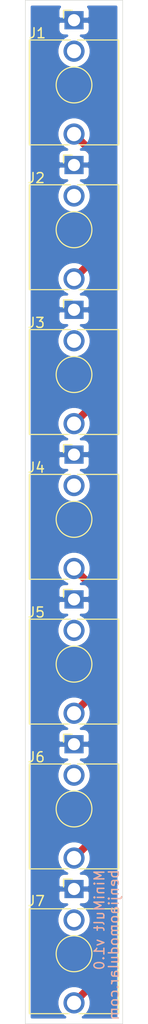
<source format=kicad_pcb>
(kicad_pcb (version 20171130) (host pcbnew 5.1.9+dfsg1-1~bpo10+1)

  (general
    (thickness 1.6)
    (drawings 6)
    (tracks 15)
    (zones 0)
    (modules 7)
    (nets 4)
  )

  (page A4)
  (title_block
    (title MiniMult)
    (company benjiaomodular)
  )

  (layers
    (0 F.Cu signal)
    (31 B.Cu signal)
    (32 B.Adhes user)
    (33 F.Adhes user)
    (34 B.Paste user)
    (35 F.Paste user)
    (36 B.SilkS user)
    (37 F.SilkS user)
    (38 B.Mask user)
    (39 F.Mask user)
    (40 Dwgs.User user)
    (41 Cmts.User user)
    (42 Eco1.User user)
    (43 Eco2.User user)
    (44 Edge.Cuts user)
    (45 Margin user)
    (46 B.CrtYd user)
    (47 F.CrtYd user)
    (48 B.Fab user)
    (49 F.Fab user)
  )

  (setup
    (last_trace_width 0.25)
    (user_trace_width 0.75)
    (trace_clearance 0.2)
    (zone_clearance 0.508)
    (zone_45_only no)
    (trace_min 0.2)
    (via_size 0.8)
    (via_drill 0.4)
    (via_min_size 0.4)
    (via_min_drill 0.3)
    (uvia_size 0.3)
    (uvia_drill 0.1)
    (uvias_allowed no)
    (uvia_min_size 0.2)
    (uvia_min_drill 0.1)
    (edge_width 0.05)
    (segment_width 0.2)
    (pcb_text_width 0.3)
    (pcb_text_size 1.5 1.5)
    (mod_edge_width 0.12)
    (mod_text_size 1 1)
    (mod_text_width 0.15)
    (pad_size 1.524 1.524)
    (pad_drill 0.762)
    (pad_to_mask_clearance 0)
    (aux_axis_origin 0 0)
    (visible_elements FFFFFF7F)
    (pcbplotparams
      (layerselection 0x010fc_ffffffff)
      (usegerberextensions false)
      (usegerberattributes true)
      (usegerberadvancedattributes true)
      (creategerberjobfile true)
      (excludeedgelayer true)
      (linewidth 0.100000)
      (plotframeref false)
      (viasonmask false)
      (mode 1)
      (useauxorigin false)
      (hpglpennumber 1)
      (hpglpenspeed 20)
      (hpglpendiameter 15.000000)
      (psnegative false)
      (psa4output false)
      (plotreference true)
      (plotvalue true)
      (plotinvisibletext false)
      (padsonsilk false)
      (subtractmaskfromsilk false)
      (outputformat 1)
      (mirror false)
      (drillshape 0)
      (scaleselection 1)
      (outputdirectory "MiniMult 1.1 - Control/"))
  )

  (net 0 "")
  (net 1 GND)
  (net 2 "Net-(J1-PadT)")
  (net 3 "Net-(J4-PadT)")

  (net_class Default "This is the default net class."
    (clearance 0.2)
    (trace_width 0.25)
    (via_dia 0.8)
    (via_drill 0.4)
    (uvia_dia 0.3)
    (uvia_drill 0.1)
    (add_net GND)
    (add_net "Net-(J1-PadT)")
    (add_net "Net-(J4-PadT)")
  )

  (module benjiaomodular:AudioJack_3.5mm (layer F.Cu) (tedit 61D86605) (tstamp 61D9B946)
    (at 143.9 65)
    (path /61D9D025)
    (fp_text reference J1 (at -3.7 1.3) (layer F.SilkS)
      (effects (font (size 1 1) (thickness 0.15)))
    )
    (fp_text value AudioJack2_SwitchT (at 0 -0.5) (layer F.Fab)
      (effects (font (size 1 1) (thickness 0.15)))
    )
    (fp_line (start -1.06 -1) (end -1.06 -0.2) (layer F.SilkS) (width 0.12))
    (fp_circle (center 0 6.48) (end 1.5 6.48) (layer Dwgs.User) (width 0.12))
    (fp_line (start -1.42 6.875) (end 0.4 5.06) (layer Dwgs.User) (width 0.12))
    (fp_line (start 4.5 1.98) (end 4.5 12.48) (layer F.SilkS) (width 0.12))
    (fp_line (start -4.5 12.48) (end -4.5 2.08) (layer F.Fab) (width 0.1))
    (fp_line (start -0.58 7.83) (end 1.36 5.89) (layer Dwgs.User) (width 0.12))
    (fp_line (start 4.5 1.98) (end 0.35 1.98) (layer F.SilkS) (width 0.12))
    (fp_line (start 0.09 7.96) (end 1.48 6.57) (layer Dwgs.User) (width 0.12))
    (fp_line (start -0.35 1.98) (end -4.5 1.98) (layer F.SilkS) (width 0.12))
    (fp_line (start 5 12.98) (end 5 -1.42) (layer F.CrtYd) (width 0.05))
    (fp_circle (center 0 6.48) (end 1.8 6.48) (layer F.SilkS) (width 0.12))
    (fp_line (start -4.5 1.98) (end -4.5 12.48) (layer F.SilkS) (width 0.12))
    (fp_line (start 4.5 12.48) (end 0.5 12.48) (layer F.SilkS) (width 0.12))
    (fp_line (start -1.41 6.02) (end -0.46 5.07) (layer Dwgs.User) (width 0.12))
    (fp_line (start -0.5 12.48) (end -4.5 12.48) (layer F.SilkS) (width 0.12))
    (fp_line (start -1.06 -1) (end -0.2 -1) (layer F.SilkS) (width 0.12))
    (fp_line (start -1.07 7.49) (end 1.01 5.41) (layer Dwgs.User) (width 0.12))
    (fp_line (start -5 12.98) (end -5 -1.42) (layer F.CrtYd) (width 0.05))
    (fp_line (start 4.5 12.48) (end 4.5 2.08) (layer F.Fab) (width 0.1))
    (fp_line (start 4.5 12.48) (end -4.5 12.48) (layer F.Fab) (width 0.1))
    (fp_line (start 4.5 2.03) (end -4.5 2.03) (layer F.Fab) (width 0.1))
    (fp_circle (center 0 6.48) (end 1.8 6.48) (layer F.Fab) (width 0.1))
    (fp_line (start 0 0) (end 0 2.03) (layer F.Fab) (width 0.1))
    (fp_line (start 5 12.98) (end -5 12.98) (layer F.CrtYd) (width 0.05))
    (fp_line (start 5 -1.42) (end -5 -1.42) (layer F.CrtYd) (width 0.05))
    (fp_text user KEEPOUT (at 0 6.48) (layer Cmts.User)
      (effects (font (size 0.4 0.4) (thickness 0.051)))
    )
    (fp_text user %R (at 0 8 180) (layer F.Fab)
      (effects (font (size 1 1) (thickness 0.15)))
    )
    (pad S thru_hole rect (at 0 0 180) (size 1.93 1.83) (drill 1.22) (layers *.Cu *.Mask)
      (net 1 GND))
    (pad TN thru_hole circle (at 0 3.1 180) (size 2.13 2.13) (drill 1.42) (layers *.Cu *.Mask))
    (pad T thru_hole circle (at 0 11.4 180) (size 2.13 2.13) (drill 1.43) (layers *.Cu *.Mask)
      (net 2 "Net-(J1-PadT)"))
  )

  (module benjiaomodular:AudioJack_3.5mm (layer F.Cu) (tedit 61D86605) (tstamp 61D9B968)
    (at 143.9 79.5)
    (path /61D9D798)
    (fp_text reference J2 (at -3.8 1.3) (layer F.SilkS)
      (effects (font (size 1 1) (thickness 0.15)))
    )
    (fp_text value AudioJack2_SwitchT (at 0 -0.5) (layer F.Fab)
      (effects (font (size 1 1) (thickness 0.15)))
    )
    (fp_line (start 5 -1.42) (end -5 -1.42) (layer F.CrtYd) (width 0.05))
    (fp_line (start 5 12.98) (end -5 12.98) (layer F.CrtYd) (width 0.05))
    (fp_line (start 0 0) (end 0 2.03) (layer F.Fab) (width 0.1))
    (fp_circle (center 0 6.48) (end 1.8 6.48) (layer F.Fab) (width 0.1))
    (fp_line (start 4.5 2.03) (end -4.5 2.03) (layer F.Fab) (width 0.1))
    (fp_line (start 4.5 12.48) (end -4.5 12.48) (layer F.Fab) (width 0.1))
    (fp_line (start 4.5 12.48) (end 4.5 2.08) (layer F.Fab) (width 0.1))
    (fp_line (start -5 12.98) (end -5 -1.42) (layer F.CrtYd) (width 0.05))
    (fp_line (start -1.07 7.49) (end 1.01 5.41) (layer Dwgs.User) (width 0.12))
    (fp_line (start -1.06 -1) (end -0.2 -1) (layer F.SilkS) (width 0.12))
    (fp_line (start -0.5 12.48) (end -4.5 12.48) (layer F.SilkS) (width 0.12))
    (fp_line (start -1.41 6.02) (end -0.46 5.07) (layer Dwgs.User) (width 0.12))
    (fp_line (start 4.5 12.48) (end 0.5 12.48) (layer F.SilkS) (width 0.12))
    (fp_line (start -4.5 1.98) (end -4.5 12.48) (layer F.SilkS) (width 0.12))
    (fp_circle (center 0 6.48) (end 1.8 6.48) (layer F.SilkS) (width 0.12))
    (fp_line (start 5 12.98) (end 5 -1.42) (layer F.CrtYd) (width 0.05))
    (fp_line (start -0.35 1.98) (end -4.5 1.98) (layer F.SilkS) (width 0.12))
    (fp_line (start 0.09 7.96) (end 1.48 6.57) (layer Dwgs.User) (width 0.12))
    (fp_line (start 4.5 1.98) (end 0.35 1.98) (layer F.SilkS) (width 0.12))
    (fp_line (start -0.58 7.83) (end 1.36 5.89) (layer Dwgs.User) (width 0.12))
    (fp_line (start -4.5 12.48) (end -4.5 2.08) (layer F.Fab) (width 0.1))
    (fp_line (start 4.5 1.98) (end 4.5 12.48) (layer F.SilkS) (width 0.12))
    (fp_line (start -1.42 6.875) (end 0.4 5.06) (layer Dwgs.User) (width 0.12))
    (fp_circle (center 0 6.48) (end 1.5 6.48) (layer Dwgs.User) (width 0.12))
    (fp_line (start -1.06 -1) (end -1.06 -0.2) (layer F.SilkS) (width 0.12))
    (fp_text user %R (at 0 8 180) (layer F.Fab)
      (effects (font (size 1 1) (thickness 0.15)))
    )
    (fp_text user KEEPOUT (at 0 6.48) (layer Cmts.User)
      (effects (font (size 0.4 0.4) (thickness 0.051)))
    )
    (pad T thru_hole circle (at 0 11.4 180) (size 2.13 2.13) (drill 1.43) (layers *.Cu *.Mask)
      (net 2 "Net-(J1-PadT)"))
    (pad TN thru_hole circle (at 0 3.1 180) (size 2.13 2.13) (drill 1.42) (layers *.Cu *.Mask))
    (pad S thru_hole rect (at 0 0 180) (size 1.93 1.83) (drill 1.22) (layers *.Cu *.Mask)
      (net 1 GND))
  )

  (module benjiaomodular:AudioJack_3.5mm (layer F.Cu) (tedit 61D86605) (tstamp 61D9B98A)
    (at 143.9 94)
    (path /61D9DBF1)
    (fp_text reference J3 (at -3.8 1.3) (layer F.SilkS)
      (effects (font (size 1 1) (thickness 0.15)))
    )
    (fp_text value AudioJack2_SwitchT (at 0 -0.5) (layer F.Fab)
      (effects (font (size 1 1) (thickness 0.15)))
    )
    (fp_line (start -1.06 -1) (end -1.06 -0.2) (layer F.SilkS) (width 0.12))
    (fp_circle (center 0 6.48) (end 1.5 6.48) (layer Dwgs.User) (width 0.12))
    (fp_line (start -1.42 6.875) (end 0.4 5.06) (layer Dwgs.User) (width 0.12))
    (fp_line (start 4.5 1.98) (end 4.5 12.48) (layer F.SilkS) (width 0.12))
    (fp_line (start -4.5 12.48) (end -4.5 2.08) (layer F.Fab) (width 0.1))
    (fp_line (start -0.58 7.83) (end 1.36 5.89) (layer Dwgs.User) (width 0.12))
    (fp_line (start 4.5 1.98) (end 0.35 1.98) (layer F.SilkS) (width 0.12))
    (fp_line (start 0.09 7.96) (end 1.48 6.57) (layer Dwgs.User) (width 0.12))
    (fp_line (start -0.35 1.98) (end -4.5 1.98) (layer F.SilkS) (width 0.12))
    (fp_line (start 5 12.98) (end 5 -1.42) (layer F.CrtYd) (width 0.05))
    (fp_circle (center 0 6.48) (end 1.8 6.48) (layer F.SilkS) (width 0.12))
    (fp_line (start -4.5 1.98) (end -4.5 12.48) (layer F.SilkS) (width 0.12))
    (fp_line (start 4.5 12.48) (end 0.5 12.48) (layer F.SilkS) (width 0.12))
    (fp_line (start -1.41 6.02) (end -0.46 5.07) (layer Dwgs.User) (width 0.12))
    (fp_line (start -0.5 12.48) (end -4.5 12.48) (layer F.SilkS) (width 0.12))
    (fp_line (start -1.06 -1) (end -0.2 -1) (layer F.SilkS) (width 0.12))
    (fp_line (start -1.07 7.49) (end 1.01 5.41) (layer Dwgs.User) (width 0.12))
    (fp_line (start -5 12.98) (end -5 -1.42) (layer F.CrtYd) (width 0.05))
    (fp_line (start 4.5 12.48) (end 4.5 2.08) (layer F.Fab) (width 0.1))
    (fp_line (start 4.5 12.48) (end -4.5 12.48) (layer F.Fab) (width 0.1))
    (fp_line (start 4.5 2.03) (end -4.5 2.03) (layer F.Fab) (width 0.1))
    (fp_circle (center 0 6.48) (end 1.8 6.48) (layer F.Fab) (width 0.1))
    (fp_line (start 0 0) (end 0 2.03) (layer F.Fab) (width 0.1))
    (fp_line (start 5 12.98) (end -5 12.98) (layer F.CrtYd) (width 0.05))
    (fp_line (start 5 -1.42) (end -5 -1.42) (layer F.CrtYd) (width 0.05))
    (fp_text user KEEPOUT (at 0 6.48) (layer Cmts.User)
      (effects (font (size 0.4 0.4) (thickness 0.051)))
    )
    (fp_text user %R (at 0 8 180) (layer F.Fab)
      (effects (font (size 1 1) (thickness 0.15)))
    )
    (pad S thru_hole rect (at 0 0 180) (size 1.93 1.83) (drill 1.22) (layers *.Cu *.Mask)
      (net 1 GND))
    (pad TN thru_hole circle (at 0 3.1 180) (size 2.13 2.13) (drill 1.42) (layers *.Cu *.Mask))
    (pad T thru_hole circle (at 0 11.4 180) (size 2.13 2.13) (drill 1.43) (layers *.Cu *.Mask)
      (net 2 "Net-(J1-PadT)"))
  )

  (module benjiaomodular:AudioJack_3.5mm (layer F.Cu) (tedit 61D86605) (tstamp 61D9B9AC)
    (at 143.9 108.5)
    (path /61D9DF54)
    (fp_text reference J4 (at -3.8 1.3) (layer F.SilkS)
      (effects (font (size 1 1) (thickness 0.15)))
    )
    (fp_text value AudioJack2_SwitchT (at 0 -0.5) (layer F.Fab)
      (effects (font (size 1 1) (thickness 0.15)))
    )
    (fp_line (start 5 -1.42) (end -5 -1.42) (layer F.CrtYd) (width 0.05))
    (fp_line (start 5 12.98) (end -5 12.98) (layer F.CrtYd) (width 0.05))
    (fp_line (start 0 0) (end 0 2.03) (layer F.Fab) (width 0.1))
    (fp_circle (center 0 6.48) (end 1.8 6.48) (layer F.Fab) (width 0.1))
    (fp_line (start 4.5 2.03) (end -4.5 2.03) (layer F.Fab) (width 0.1))
    (fp_line (start 4.5 12.48) (end -4.5 12.48) (layer F.Fab) (width 0.1))
    (fp_line (start 4.5 12.48) (end 4.5 2.08) (layer F.Fab) (width 0.1))
    (fp_line (start -5 12.98) (end -5 -1.42) (layer F.CrtYd) (width 0.05))
    (fp_line (start -1.07 7.49) (end 1.01 5.41) (layer Dwgs.User) (width 0.12))
    (fp_line (start -1.06 -1) (end -0.2 -1) (layer F.SilkS) (width 0.12))
    (fp_line (start -0.5 12.48) (end -4.5 12.48) (layer F.SilkS) (width 0.12))
    (fp_line (start -1.41 6.02) (end -0.46 5.07) (layer Dwgs.User) (width 0.12))
    (fp_line (start 4.5 12.48) (end 0.5 12.48) (layer F.SilkS) (width 0.12))
    (fp_line (start -4.5 1.98) (end -4.5 12.48) (layer F.SilkS) (width 0.12))
    (fp_circle (center 0 6.48) (end 1.8 6.48) (layer F.SilkS) (width 0.12))
    (fp_line (start 5 12.98) (end 5 -1.42) (layer F.CrtYd) (width 0.05))
    (fp_line (start -0.35 1.98) (end -4.5 1.98) (layer F.SilkS) (width 0.12))
    (fp_line (start 0.09 7.96) (end 1.48 6.57) (layer Dwgs.User) (width 0.12))
    (fp_line (start 4.5 1.98) (end 0.35 1.98) (layer F.SilkS) (width 0.12))
    (fp_line (start -0.58 7.83) (end 1.36 5.89) (layer Dwgs.User) (width 0.12))
    (fp_line (start -4.5 12.48) (end -4.5 2.08) (layer F.Fab) (width 0.1))
    (fp_line (start 4.5 1.98) (end 4.5 12.48) (layer F.SilkS) (width 0.12))
    (fp_line (start -1.42 6.875) (end 0.4 5.06) (layer Dwgs.User) (width 0.12))
    (fp_circle (center 0 6.48) (end 1.5 6.48) (layer Dwgs.User) (width 0.12))
    (fp_line (start -1.06 -1) (end -1.06 -0.2) (layer F.SilkS) (width 0.12))
    (fp_text user %R (at 0 8 180) (layer F.Fab)
      (effects (font (size 1 1) (thickness 0.15)))
    )
    (fp_text user KEEPOUT (at 0 6.48) (layer Cmts.User)
      (effects (font (size 0.4 0.4) (thickness 0.051)))
    )
    (pad T thru_hole circle (at 0 11.4 180) (size 2.13 2.13) (drill 1.43) (layers *.Cu *.Mask)
      (net 3 "Net-(J4-PadT)"))
    (pad TN thru_hole circle (at 0 3.1 180) (size 2.13 2.13) (drill 1.42) (layers *.Cu *.Mask))
    (pad S thru_hole rect (at 0 0 180) (size 1.93 1.83) (drill 1.22) (layers *.Cu *.Mask)
      (net 1 GND))
  )

  (module benjiaomodular:AudioJack_3.5mm (layer F.Cu) (tedit 61D86605) (tstamp 61D9B9CE)
    (at 143.9 123)
    (path /61D9E525)
    (fp_text reference J5 (at -3.8 1.3) (layer F.SilkS)
      (effects (font (size 1 1) (thickness 0.15)))
    )
    (fp_text value AudioJack2_SwitchT (at 0 -0.5) (layer F.Fab)
      (effects (font (size 1 1) (thickness 0.15)))
    )
    (fp_line (start -1.06 -1) (end -1.06 -0.2) (layer F.SilkS) (width 0.12))
    (fp_circle (center 0 6.48) (end 1.5 6.48) (layer Dwgs.User) (width 0.12))
    (fp_line (start -1.42 6.875) (end 0.4 5.06) (layer Dwgs.User) (width 0.12))
    (fp_line (start 4.5 1.98) (end 4.5 12.48) (layer F.SilkS) (width 0.12))
    (fp_line (start -4.5 12.48) (end -4.5 2.08) (layer F.Fab) (width 0.1))
    (fp_line (start -0.58 7.83) (end 1.36 5.89) (layer Dwgs.User) (width 0.12))
    (fp_line (start 4.5 1.98) (end 0.35 1.98) (layer F.SilkS) (width 0.12))
    (fp_line (start 0.09 7.96) (end 1.48 6.57) (layer Dwgs.User) (width 0.12))
    (fp_line (start -0.35 1.98) (end -4.5 1.98) (layer F.SilkS) (width 0.12))
    (fp_line (start 5 12.98) (end 5 -1.42) (layer F.CrtYd) (width 0.05))
    (fp_circle (center 0 6.48) (end 1.8 6.48) (layer F.SilkS) (width 0.12))
    (fp_line (start -4.5 1.98) (end -4.5 12.48) (layer F.SilkS) (width 0.12))
    (fp_line (start 4.5 12.48) (end 0.5 12.48) (layer F.SilkS) (width 0.12))
    (fp_line (start -1.41 6.02) (end -0.46 5.07) (layer Dwgs.User) (width 0.12))
    (fp_line (start -0.5 12.48) (end -4.5 12.48) (layer F.SilkS) (width 0.12))
    (fp_line (start -1.06 -1) (end -0.2 -1) (layer F.SilkS) (width 0.12))
    (fp_line (start -1.07 7.49) (end 1.01 5.41) (layer Dwgs.User) (width 0.12))
    (fp_line (start -5 12.98) (end -5 -1.42) (layer F.CrtYd) (width 0.05))
    (fp_line (start 4.5 12.48) (end 4.5 2.08) (layer F.Fab) (width 0.1))
    (fp_line (start 4.5 12.48) (end -4.5 12.48) (layer F.Fab) (width 0.1))
    (fp_line (start 4.5 2.03) (end -4.5 2.03) (layer F.Fab) (width 0.1))
    (fp_circle (center 0 6.48) (end 1.8 6.48) (layer F.Fab) (width 0.1))
    (fp_line (start 0 0) (end 0 2.03) (layer F.Fab) (width 0.1))
    (fp_line (start 5 12.98) (end -5 12.98) (layer F.CrtYd) (width 0.05))
    (fp_line (start 5 -1.42) (end -5 -1.42) (layer F.CrtYd) (width 0.05))
    (fp_text user KEEPOUT (at 0 6.48) (layer Cmts.User)
      (effects (font (size 0.4 0.4) (thickness 0.051)))
    )
    (fp_text user %R (at 0 8 180) (layer F.Fab)
      (effects (font (size 1 1) (thickness 0.15)))
    )
    (pad S thru_hole rect (at 0 0 180) (size 1.93 1.83) (drill 1.22) (layers *.Cu *.Mask)
      (net 1 GND))
    (pad TN thru_hole circle (at 0 3.1 180) (size 2.13 2.13) (drill 1.42) (layers *.Cu *.Mask))
    (pad T thru_hole circle (at 0 11.4 180) (size 2.13 2.13) (drill 1.43) (layers *.Cu *.Mask)
      (net 3 "Net-(J4-PadT)"))
  )

  (module benjiaomodular:AudioJack_3.5mm (layer F.Cu) (tedit 61D86605) (tstamp 61D9B9F0)
    (at 143.9 137.5)
    (path /61D9E909)
    (fp_text reference J6 (at -3.8 1.3) (layer F.SilkS)
      (effects (font (size 1 1) (thickness 0.15)))
    )
    (fp_text value AudioJack2_SwitchT (at 0 -0.5) (layer F.Fab)
      (effects (font (size 1 1) (thickness 0.15)))
    )
    (fp_line (start 5 -1.42) (end -5 -1.42) (layer F.CrtYd) (width 0.05))
    (fp_line (start 5 12.98) (end -5 12.98) (layer F.CrtYd) (width 0.05))
    (fp_line (start 0 0) (end 0 2.03) (layer F.Fab) (width 0.1))
    (fp_circle (center 0 6.48) (end 1.8 6.48) (layer F.Fab) (width 0.1))
    (fp_line (start 4.5 2.03) (end -4.5 2.03) (layer F.Fab) (width 0.1))
    (fp_line (start 4.5 12.48) (end -4.5 12.48) (layer F.Fab) (width 0.1))
    (fp_line (start 4.5 12.48) (end 4.5 2.08) (layer F.Fab) (width 0.1))
    (fp_line (start -5 12.98) (end -5 -1.42) (layer F.CrtYd) (width 0.05))
    (fp_line (start -1.07 7.49) (end 1.01 5.41) (layer Dwgs.User) (width 0.12))
    (fp_line (start -1.06 -1) (end -0.2 -1) (layer F.SilkS) (width 0.12))
    (fp_line (start -0.5 12.48) (end -4.5 12.48) (layer F.SilkS) (width 0.12))
    (fp_line (start -1.41 6.02) (end -0.46 5.07) (layer Dwgs.User) (width 0.12))
    (fp_line (start 4.5 12.48) (end 0.5 12.48) (layer F.SilkS) (width 0.12))
    (fp_line (start -4.5 1.98) (end -4.5 12.48) (layer F.SilkS) (width 0.12))
    (fp_circle (center 0 6.48) (end 1.8 6.48) (layer F.SilkS) (width 0.12))
    (fp_line (start 5 12.98) (end 5 -1.42) (layer F.CrtYd) (width 0.05))
    (fp_line (start -0.35 1.98) (end -4.5 1.98) (layer F.SilkS) (width 0.12))
    (fp_line (start 0.09 7.96) (end 1.48 6.57) (layer Dwgs.User) (width 0.12))
    (fp_line (start 4.5 1.98) (end 0.35 1.98) (layer F.SilkS) (width 0.12))
    (fp_line (start -0.58 7.83) (end 1.36 5.89) (layer Dwgs.User) (width 0.12))
    (fp_line (start -4.5 12.48) (end -4.5 2.08) (layer F.Fab) (width 0.1))
    (fp_line (start 4.5 1.98) (end 4.5 12.48) (layer F.SilkS) (width 0.12))
    (fp_line (start -1.42 6.875) (end 0.4 5.06) (layer Dwgs.User) (width 0.12))
    (fp_circle (center 0 6.48) (end 1.5 6.48) (layer Dwgs.User) (width 0.12))
    (fp_line (start -1.06 -1) (end -1.06 -0.2) (layer F.SilkS) (width 0.12))
    (fp_text user %R (at 0 8 180) (layer F.Fab)
      (effects (font (size 1 1) (thickness 0.15)))
    )
    (fp_text user KEEPOUT (at 0 6.48) (layer Cmts.User)
      (effects (font (size 0.4 0.4) (thickness 0.051)))
    )
    (pad T thru_hole circle (at 0 11.4 180) (size 2.13 2.13) (drill 1.43) (layers *.Cu *.Mask)
      (net 3 "Net-(J4-PadT)"))
    (pad TN thru_hole circle (at 0 3.1 180) (size 2.13 2.13) (drill 1.42) (layers *.Cu *.Mask))
    (pad S thru_hole rect (at 0 0 180) (size 1.93 1.83) (drill 1.22) (layers *.Cu *.Mask)
      (net 1 GND))
  )

  (module benjiaomodular:AudioJack_3.5mm (layer F.Cu) (tedit 61D86605) (tstamp 61D9BA12)
    (at 143.9 152)
    (path /61D9F1E7)
    (fp_text reference J7 (at -3.8 1.2) (layer F.SilkS)
      (effects (font (size 1 1) (thickness 0.15)))
    )
    (fp_text value AudioJack2_SwitchT (at 0 -0.5) (layer F.Fab)
      (effects (font (size 1 1) (thickness 0.15)))
    )
    (fp_line (start -1.06 -1) (end -1.06 -0.2) (layer F.SilkS) (width 0.12))
    (fp_circle (center 0 6.48) (end 1.5 6.48) (layer Dwgs.User) (width 0.12))
    (fp_line (start -1.42 6.875) (end 0.4 5.06) (layer Dwgs.User) (width 0.12))
    (fp_line (start 4.5 1.98) (end 4.5 12.48) (layer F.SilkS) (width 0.12))
    (fp_line (start -4.5 12.48) (end -4.5 2.08) (layer F.Fab) (width 0.1))
    (fp_line (start -0.58 7.83) (end 1.36 5.89) (layer Dwgs.User) (width 0.12))
    (fp_line (start 4.5 1.98) (end 0.35 1.98) (layer F.SilkS) (width 0.12))
    (fp_line (start 0.09 7.96) (end 1.48 6.57) (layer Dwgs.User) (width 0.12))
    (fp_line (start -0.35 1.98) (end -4.5 1.98) (layer F.SilkS) (width 0.12))
    (fp_line (start 5 12.98) (end 5 -1.42) (layer F.CrtYd) (width 0.05))
    (fp_circle (center 0 6.48) (end 1.8 6.48) (layer F.SilkS) (width 0.12))
    (fp_line (start -4.5 1.98) (end -4.5 12.48) (layer F.SilkS) (width 0.12))
    (fp_line (start 4.5 12.48) (end 0.5 12.48) (layer F.SilkS) (width 0.12))
    (fp_line (start -1.41 6.02) (end -0.46 5.07) (layer Dwgs.User) (width 0.12))
    (fp_line (start -0.5 12.48) (end -4.5 12.48) (layer F.SilkS) (width 0.12))
    (fp_line (start -1.06 -1) (end -0.2 -1) (layer F.SilkS) (width 0.12))
    (fp_line (start -1.07 7.49) (end 1.01 5.41) (layer Dwgs.User) (width 0.12))
    (fp_line (start -5 12.98) (end -5 -1.42) (layer F.CrtYd) (width 0.05))
    (fp_line (start 4.5 12.48) (end 4.5 2.08) (layer F.Fab) (width 0.1))
    (fp_line (start 4.5 12.48) (end -4.5 12.48) (layer F.Fab) (width 0.1))
    (fp_line (start 4.5 2.03) (end -4.5 2.03) (layer F.Fab) (width 0.1))
    (fp_circle (center 0 6.48) (end 1.8 6.48) (layer F.Fab) (width 0.1))
    (fp_line (start 0 0) (end 0 2.03) (layer F.Fab) (width 0.1))
    (fp_line (start 5 12.98) (end -5 12.98) (layer F.CrtYd) (width 0.05))
    (fp_line (start 5 -1.42) (end -5 -1.42) (layer F.CrtYd) (width 0.05))
    (fp_text user KEEPOUT (at 0 6.48) (layer Cmts.User)
      (effects (font (size 0.4 0.4) (thickness 0.051)))
    )
    (fp_text user %R (at 0 8 180) (layer F.Fab)
      (effects (font (size 1 1) (thickness 0.15)))
    )
    (pad S thru_hole rect (at 0 0 180) (size 1.93 1.83) (drill 1.22) (layers *.Cu *.Mask)
      (net 1 GND))
    (pad TN thru_hole circle (at 0 3.1 180) (size 2.13 2.13) (drill 1.42) (layers *.Cu *.Mask))
    (pad T thru_hole circle (at 0 11.4 180) (size 2.13 2.13) (drill 1.43) (layers *.Cu *.Mask)
      (net 3 "Net-(J4-PadT)"))
  )

  (gr_text benjiaomodular.com (at 147.9 157.6 90) (layer B.SilkS) (tstamp 61D9C6C3)
    (effects (font (size 1 1) (thickness 0.15)) (justify mirror))
  )
  (gr_text "MiniMult v1.0" (at 146.45 155.1 90) (layer B.SilkS) (tstamp 61D9C4B7)
    (effects (font (size 1 1) (thickness 0.15)) (justify mirror))
  )
  (gr_line (start 139 165.5) (end 139 63) (layer Edge.Cuts) (width 0.05) (tstamp 61D9BBE1))
  (gr_line (start 148.8 165.5) (end 139 165.5) (layer Edge.Cuts) (width 0.05))
  (gr_line (start 148.8 63) (end 148.8 165.5) (layer Edge.Cuts) (width 0.05))
  (gr_line (start 139 63) (end 148.8 63) (layer Edge.Cuts) (width 0.05))

  (segment (start 143.9 76.4) (end 147 79.5) (width 0.75) (layer F.Cu) (net 2) (status 10))
  (segment (start 143.9 105.4) (end 146.9 102.4) (width 0.75) (layer F.Cu) (net 2) (status 10))
  (segment (start 147 87.8) (end 147 87.7) (width 0.75) (layer F.Cu) (net 2))
  (segment (start 143.9 90.9) (end 147 87.8) (width 0.75) (layer F.Cu) (net 2) (status 10))
  (segment (start 147 79.5) (end 147 87.7) (width 0.75) (layer F.Cu) (net 2))
  (segment (start 147 87.7) (end 147 102.4) (width 0.75) (layer F.Cu) (net 2))
  (segment (start 143.9 119.9) (end 147 123) (width 0.75) (layer F.Cu) (net 3))
  (segment (start 147 160.3) (end 143.9 163.4) (width 0.75) (layer F.Cu) (net 3))
  (segment (start 146.7 131.6) (end 147 131.6) (width 0.75) (layer F.Cu) (net 3))
  (segment (start 143.9 134.4) (end 146.7 131.6) (width 0.75) (layer F.Cu) (net 3))
  (segment (start 147 123) (end 147 131.6) (width 0.75) (layer F.Cu) (net 3))
  (segment (start 143.9 148.9) (end 147 145.8) (width 0.75) (layer F.Cu) (net 3))
  (segment (start 147 145.8) (end 147 145) (width 0.75) (layer F.Cu) (net 3))
  (segment (start 147 131.6) (end 147 145) (width 0.75) (layer F.Cu) (net 3))
  (segment (start 147 145) (end 147 160.3) (width 0.75) (layer F.Cu) (net 3))

  (zone (net 1) (net_name GND) (layer F.Cu) (tstamp 620BF4D3) (hatch edge 0.508)
    (connect_pads (clearance 0.508))
    (min_thickness 0.254)
    (fill yes (arc_segments 32) (thermal_gap 0.508) (thermal_bridge_width 0.508))
    (polygon
      (pts
        (xy 148.5 165.2) (xy 139.3 165.2) (xy 139.2 63.2) (xy 148.6 63.2)
      )
    )
    (filled_polygon
      (pts
        (xy 142.404463 63.730506) (xy 142.345498 63.84082) (xy 142.309188 63.960518) (xy 142.296928 64.085) (xy 142.3 64.71425)
        (xy 142.45875 64.873) (xy 143.773 64.873) (xy 143.773 64.853) (xy 144.027 64.853) (xy 144.027 64.873)
        (xy 145.34125 64.873) (xy 145.5 64.71425) (xy 145.503072 64.085) (xy 145.490812 63.960518) (xy 145.454502 63.84082)
        (xy 145.395537 63.730506) (xy 145.337674 63.66) (xy 148.14 63.66) (xy 148.140001 164.84) (xy 144.804808 164.84)
        (xy 144.983687 164.720477) (xy 145.220477 164.483687) (xy 145.406521 164.205252) (xy 145.53467 163.895872) (xy 145.6 163.567435)
        (xy 145.6 163.232565) (xy 145.58271 163.145645) (xy 147.679094 161.049261) (xy 147.717633 161.017633) (xy 147.843847 160.86384)
        (xy 147.937632 160.68838) (xy 147.995385 160.497994) (xy 148.01 160.349608) (xy 148.01 160.349606) (xy 148.014886 160.300001)
        (xy 148.01 160.250396) (xy 148.01 145.849606) (xy 148.014886 145.800001) (xy 148.01 145.750396) (xy 148.01 131.649608)
        (xy 148.014886 131.6) (xy 148.01 131.550392) (xy 148.01 123.049604) (xy 148.014886 122.999999) (xy 148.002377 122.873)
        (xy 147.995385 122.802006) (xy 147.937632 122.61162) (xy 147.843847 122.43616) (xy 147.717633 122.282367) (xy 147.679094 122.250739)
        (xy 145.58271 120.154355) (xy 145.6 120.067435) (xy 145.6 119.732565) (xy 145.53467 119.404128) (xy 145.406521 119.094748)
        (xy 145.220477 118.816313) (xy 144.983687 118.579523) (xy 144.705252 118.393479) (xy 144.395872 118.26533) (xy 144.067435 118.2)
        (xy 143.732565 118.2) (xy 143.404128 118.26533) (xy 143.094748 118.393479) (xy 142.816313 118.579523) (xy 142.579523 118.816313)
        (xy 142.393479 119.094748) (xy 142.26533 119.404128) (xy 142.2 119.732565) (xy 142.2 120.067435) (xy 142.26533 120.395872)
        (xy 142.393479 120.705252) (xy 142.579523 120.983687) (xy 142.816313 121.220477) (xy 143.094748 121.406521) (xy 143.19514 121.448105)
        (xy 142.935 121.446928) (xy 142.810518 121.459188) (xy 142.69082 121.495498) (xy 142.580506 121.554463) (xy 142.483815 121.633815)
        (xy 142.404463 121.730506) (xy 142.345498 121.84082) (xy 142.309188 121.960518) (xy 142.296928 122.085) (xy 142.3 122.71425)
        (xy 142.45875 122.873) (xy 143.773 122.873) (xy 143.773 122.853) (xy 144.027 122.853) (xy 144.027 122.873)
        (xy 145.34125 122.873) (xy 145.392948 122.821303) (xy 145.99 123.418355) (xy 145.990001 130.876102) (xy 145.982367 130.882367)
        (xy 145.950744 130.9209) (xy 144.154355 132.717289) (xy 144.067435 132.7) (xy 143.732565 132.7) (xy 143.404128 132.76533)
        (xy 143.094748 132.893479) (xy 142.816313 133.079523) (xy 142.579523 133.316313) (xy 142.393479 133.594748) (xy 142.26533 133.904128)
        (xy 142.2 134.232565) (xy 142.2 134.567435) (xy 142.26533 134.895872) (xy 142.393479 135.205252) (xy 142.579523 135.483687)
        (xy 142.816313 135.720477) (xy 143.094748 135.906521) (xy 143.19514 135.948105) (xy 142.935 135.946928) (xy 142.810518 135.959188)
        (xy 142.69082 135.995498) (xy 142.580506 136.054463) (xy 142.483815 136.133815) (xy 142.404463 136.230506) (xy 142.345498 136.34082)
        (xy 142.309188 136.460518) (xy 142.296928 136.585) (xy 142.3 137.21425) (xy 142.45875 137.373) (xy 143.773 137.373)
        (xy 143.773 137.353) (xy 144.027 137.353) (xy 144.027 137.373) (xy 145.34125 137.373) (xy 145.5 137.21425)
        (xy 145.503072 136.585) (xy 145.490812 136.460518) (xy 145.454502 136.34082) (xy 145.395537 136.230506) (xy 145.316185 136.133815)
        (xy 145.219494 136.054463) (xy 145.10918 135.995498) (xy 144.989482 135.959188) (xy 144.865 135.946928) (xy 144.60486 135.948105)
        (xy 144.705252 135.906521) (xy 144.983687 135.720477) (xy 145.220477 135.483687) (xy 145.406521 135.205252) (xy 145.53467 134.895872)
        (xy 145.6 134.567435) (xy 145.6 134.232565) (xy 145.582711 134.145645) (xy 145.99 133.738355) (xy 145.990001 144.950383)
        (xy 145.99 144.950393) (xy 145.99 145.381645) (xy 144.154355 147.21729) (xy 144.067435 147.2) (xy 143.732565 147.2)
        (xy 143.404128 147.26533) (xy 143.094748 147.393479) (xy 142.816313 147.579523) (xy 142.579523 147.816313) (xy 142.393479 148.094748)
        (xy 142.26533 148.404128) (xy 142.2 148.732565) (xy 142.2 149.067435) (xy 142.26533 149.395872) (xy 142.393479 149.705252)
        (xy 142.579523 149.983687) (xy 142.816313 150.220477) (xy 143.094748 150.406521) (xy 143.19514 150.448105) (xy 142.935 150.446928)
        (xy 142.810518 150.459188) (xy 142.69082 150.495498) (xy 142.580506 150.554463) (xy 142.483815 150.633815) (xy 142.404463 150.730506)
        (xy 142.345498 150.84082) (xy 142.309188 150.960518) (xy 142.296928 151.085) (xy 142.3 151.71425) (xy 142.45875 151.873)
        (xy 143.773 151.873) (xy 143.773 151.853) (xy 144.027 151.853) (xy 144.027 151.873) (xy 145.34125 151.873)
        (xy 145.5 151.71425) (xy 145.503072 151.085) (xy 145.490812 150.960518) (xy 145.454502 150.84082) (xy 145.395537 150.730506)
        (xy 145.316185 150.633815) (xy 145.219494 150.554463) (xy 145.10918 150.495498) (xy 144.989482 150.459188) (xy 144.865 150.446928)
        (xy 144.60486 150.448105) (xy 144.705252 150.406521) (xy 144.983687 150.220477) (xy 145.220477 149.983687) (xy 145.406521 149.705252)
        (xy 145.53467 149.395872) (xy 145.6 149.067435) (xy 145.6 148.732565) (xy 145.58271 148.645645) (xy 145.99 148.238355)
        (xy 145.990001 159.881644) (xy 144.154355 161.71729) (xy 144.067435 161.7) (xy 143.732565 161.7) (xy 143.404128 161.76533)
        (xy 143.094748 161.893479) (xy 142.816313 162.079523) (xy 142.579523 162.316313) (xy 142.393479 162.594748) (xy 142.26533 162.904128)
        (xy 142.2 163.232565) (xy 142.2 163.567435) (xy 142.26533 163.895872) (xy 142.393479 164.205252) (xy 142.579523 164.483687)
        (xy 142.816313 164.720477) (xy 142.995192 164.84) (xy 139.66 164.84) (xy 139.66 154.932565) (xy 142.2 154.932565)
        (xy 142.2 155.267435) (xy 142.26533 155.595872) (xy 142.393479 155.905252) (xy 142.579523 156.183687) (xy 142.816313 156.420477)
        (xy 143.094748 156.606521) (xy 143.404128 156.73467) (xy 143.732565 156.8) (xy 144.067435 156.8) (xy 144.395872 156.73467)
        (xy 144.705252 156.606521) (xy 144.983687 156.420477) (xy 145.220477 156.183687) (xy 145.406521 155.905252) (xy 145.53467 155.595872)
        (xy 145.6 155.267435) (xy 145.6 154.932565) (xy 145.53467 154.604128) (xy 145.406521 154.294748) (xy 145.220477 154.016313)
        (xy 144.983687 153.779523) (xy 144.705252 153.593479) (xy 144.60486 153.551895) (xy 144.865 153.553072) (xy 144.989482 153.540812)
        (xy 145.10918 153.504502) (xy 145.219494 153.445537) (xy 145.316185 153.366185) (xy 145.395537 153.269494) (xy 145.454502 153.15918)
        (xy 145.490812 153.039482) (xy 145.503072 152.915) (xy 145.5 152.28575) (xy 145.34125 152.127) (xy 144.027 152.127)
        (xy 144.027 152.147) (xy 143.773 152.147) (xy 143.773 152.127) (xy 142.45875 152.127) (xy 142.3 152.28575)
        (xy 142.296928 152.915) (xy 142.309188 153.039482) (xy 142.345498 153.15918) (xy 142.404463 153.269494) (xy 142.483815 153.366185)
        (xy 142.580506 153.445537) (xy 142.69082 153.504502) (xy 142.810518 153.540812) (xy 142.935 153.553072) (xy 143.19514 153.551895)
        (xy 143.094748 153.593479) (xy 142.816313 153.779523) (xy 142.579523 154.016313) (xy 142.393479 154.294748) (xy 142.26533 154.604128)
        (xy 142.2 154.932565) (xy 139.66 154.932565) (xy 139.66 140.432565) (xy 142.2 140.432565) (xy 142.2 140.767435)
        (xy 142.26533 141.095872) (xy 142.393479 141.405252) (xy 142.579523 141.683687) (xy 142.816313 141.920477) (xy 143.094748 142.106521)
        (xy 143.404128 142.23467) (xy 143.732565 142.3) (xy 144.067435 142.3) (xy 144.395872 142.23467) (xy 144.705252 142.106521)
        (xy 144.983687 141.920477) (xy 145.220477 141.683687) (xy 145.406521 141.405252) (xy 145.53467 141.095872) (xy 145.6 140.767435)
        (xy 145.6 140.432565) (xy 145.53467 140.104128) (xy 145.406521 139.794748) (xy 145.220477 139.516313) (xy 144.983687 139.279523)
        (xy 144.705252 139.093479) (xy 144.60486 139.051895) (xy 144.865 139.053072) (xy 144.989482 139.040812) (xy 145.10918 139.004502)
        (xy 145.219494 138.945537) (xy 145.316185 138.866185) (xy 145.395537 138.769494) (xy 145.454502 138.65918) (xy 145.490812 138.539482)
        (xy 145.503072 138.415) (xy 145.5 137.78575) (xy 145.34125 137.627) (xy 144.027 137.627) (xy 144.027 137.647)
        (xy 143.773 137.647) (xy 143.773 137.627) (xy 142.45875 137.627) (xy 142.3 137.78575) (xy 142.296928 138.415)
        (xy 142.309188 138.539482) (xy 142.345498 138.65918) (xy 142.404463 138.769494) (xy 142.483815 138.866185) (xy 142.580506 138.945537)
        (xy 142.69082 139.004502) (xy 142.810518 139.040812) (xy 142.935 139.053072) (xy 143.19514 139.051895) (xy 143.094748 139.093479)
        (xy 142.816313 139.279523) (xy 142.579523 139.516313) (xy 142.393479 139.794748) (xy 142.26533 140.104128) (xy 142.2 140.432565)
        (xy 139.66 140.432565) (xy 139.66 125.932565) (xy 142.2 125.932565) (xy 142.2 126.267435) (xy 142.26533 126.595872)
        (xy 142.393479 126.905252) (xy 142.579523 127.183687) (xy 142.816313 127.420477) (xy 143.094748 127.606521) (xy 143.404128 127.73467)
        (xy 143.732565 127.8) (xy 144.067435 127.8) (xy 144.395872 127.73467) (xy 144.705252 127.606521) (xy 144.983687 127.420477)
        (xy 145.220477 127.183687) (xy 145.406521 126.905252) (xy 145.53467 126.595872) (xy 145.6 126.267435) (xy 145.6 125.932565)
        (xy 145.53467 125.604128) (xy 145.406521 125.294748) (xy 145.220477 125.016313) (xy 144.983687 124.779523) (xy 144.705252 124.593479)
        (xy 144.60486 124.551895) (xy 144.865 124.553072) (xy 144.989482 124.540812) (xy 145.10918 124.504502) (xy 145.219494 124.445537)
        (xy 145.316185 124.366185) (xy 145.395537 124.269494) (xy 145.454502 124.15918) (xy 145.490812 124.039482) (xy 145.503072 123.915)
        (xy 145.5 123.28575) (xy 145.34125 123.127) (xy 144.027 123.127) (xy 144.027 123.147) (xy 143.773 123.147)
        (xy 143.773 123.127) (xy 142.45875 123.127) (xy 142.3 123.28575) (xy 142.296928 123.915) (xy 142.309188 124.039482)
        (xy 142.345498 124.15918) (xy 142.404463 124.269494) (xy 142.483815 124.366185) (xy 142.580506 124.445537) (xy 142.69082 124.504502)
        (xy 142.810518 124.540812) (xy 142.935 124.553072) (xy 143.19514 124.551895) (xy 143.094748 124.593479) (xy 142.816313 124.779523)
        (xy 142.579523 125.016313) (xy 142.393479 125.294748) (xy 142.26533 125.604128) (xy 142.2 125.932565) (xy 139.66 125.932565)
        (xy 139.66 111.432565) (xy 142.2 111.432565) (xy 142.2 111.767435) (xy 142.26533 112.095872) (xy 142.393479 112.405252)
        (xy 142.579523 112.683687) (xy 142.816313 112.920477) (xy 143.094748 113.106521) (xy 143.404128 113.23467) (xy 143.732565 113.3)
        (xy 144.067435 113.3) (xy 144.395872 113.23467) (xy 144.705252 113.106521) (xy 144.983687 112.920477) (xy 145.220477 112.683687)
        (xy 145.406521 112.405252) (xy 145.53467 112.095872) (xy 145.6 111.767435) (xy 145.6 111.432565) (xy 145.53467 111.104128)
        (xy 145.406521 110.794748) (xy 145.220477 110.516313) (xy 144.983687 110.279523) (xy 144.705252 110.093479) (xy 144.60486 110.051895)
        (xy 144.865 110.053072) (xy 144.989482 110.040812) (xy 145.10918 110.004502) (xy 145.219494 109.945537) (xy 145.316185 109.866185)
        (xy 145.395537 109.769494) (xy 145.454502 109.65918) (xy 145.490812 109.539482) (xy 145.503072 109.415) (xy 145.5 108.78575)
        (xy 145.34125 108.627) (xy 144.027 108.627) (xy 144.027 108.647) (xy 143.773 108.647) (xy 143.773 108.627)
        (xy 142.45875 108.627) (xy 142.3 108.78575) (xy 142.296928 109.415) (xy 142.309188 109.539482) (xy 142.345498 109.65918)
        (xy 142.404463 109.769494) (xy 142.483815 109.866185) (xy 142.580506 109.945537) (xy 142.69082 110.004502) (xy 142.810518 110.040812)
        (xy 142.935 110.053072) (xy 143.19514 110.051895) (xy 143.094748 110.093479) (xy 142.816313 110.279523) (xy 142.579523 110.516313)
        (xy 142.393479 110.794748) (xy 142.26533 111.104128) (xy 142.2 111.432565) (xy 139.66 111.432565) (xy 139.66 96.932565)
        (xy 142.2 96.932565) (xy 142.2 97.267435) (xy 142.26533 97.595872) (xy 142.393479 97.905252) (xy 142.579523 98.183687)
        (xy 142.816313 98.420477) (xy 143.094748 98.606521) (xy 143.404128 98.73467) (xy 143.732565 98.8) (xy 144.067435 98.8)
        (xy 144.395872 98.73467) (xy 144.705252 98.606521) (xy 144.983687 98.420477) (xy 145.220477 98.183687) (xy 145.406521 97.905252)
        (xy 145.53467 97.595872) (xy 145.6 97.267435) (xy 145.6 96.932565) (xy 145.53467 96.604128) (xy 145.406521 96.294748)
        (xy 145.220477 96.016313) (xy 144.983687 95.779523) (xy 144.705252 95.593479) (xy 144.60486 95.551895) (xy 144.865 95.553072)
        (xy 144.989482 95.540812) (xy 145.10918 95.504502) (xy 145.219494 95.445537) (xy 145.316185 95.366185) (xy 145.395537 95.269494)
        (xy 145.454502 95.15918) (xy 145.490812 95.039482) (xy 145.503072 94.915) (xy 145.5 94.28575) (xy 145.34125 94.127)
        (xy 144.027 94.127) (xy 144.027 94.147) (xy 143.773 94.147) (xy 143.773 94.127) (xy 142.45875 94.127)
        (xy 142.3 94.28575) (xy 142.296928 94.915) (xy 142.309188 95.039482) (xy 142.345498 95.15918) (xy 142.404463 95.269494)
        (xy 142.483815 95.366185) (xy 142.580506 95.445537) (xy 142.69082 95.504502) (xy 142.810518 95.540812) (xy 142.935 95.553072)
        (xy 143.19514 95.551895) (xy 143.094748 95.593479) (xy 142.816313 95.779523) (xy 142.579523 96.016313) (xy 142.393479 96.294748)
        (xy 142.26533 96.604128) (xy 142.2 96.932565) (xy 139.66 96.932565) (xy 139.66 82.432565) (xy 142.2 82.432565)
        (xy 142.2 82.767435) (xy 142.26533 83.095872) (xy 142.393479 83.405252) (xy 142.579523 83.683687) (xy 142.816313 83.920477)
        (xy 143.094748 84.106521) (xy 143.404128 84.23467) (xy 143.732565 84.3) (xy 144.067435 84.3) (xy 144.395872 84.23467)
        (xy 144.705252 84.106521) (xy 144.983687 83.920477) (xy 145.220477 83.683687) (xy 145.406521 83.405252) (xy 145.53467 83.095872)
        (xy 145.6 82.767435) (xy 145.6 82.432565) (xy 145.53467 82.104128) (xy 145.406521 81.794748) (xy 145.220477 81.516313)
        (xy 144.983687 81.279523) (xy 144.705252 81.093479) (xy 144.60486 81.051895) (xy 144.865 81.053072) (xy 144.989482 81.040812)
        (xy 145.10918 81.004502) (xy 145.219494 80.945537) (xy 145.316185 80.866185) (xy 145.395537 80.769494) (xy 145.454502 80.65918)
        (xy 145.490812 80.539482) (xy 145.503072 80.415) (xy 145.5 79.78575) (xy 145.34125 79.627) (xy 144.027 79.627)
        (xy 144.027 79.647) (xy 143.773 79.647) (xy 143.773 79.627) (xy 142.45875 79.627) (xy 142.3 79.78575)
        (xy 142.296928 80.415) (xy 142.309188 80.539482) (xy 142.345498 80.65918) (xy 142.404463 80.769494) (xy 142.483815 80.866185)
        (xy 142.580506 80.945537) (xy 142.69082 81.004502) (xy 142.810518 81.040812) (xy 142.935 81.053072) (xy 143.19514 81.051895)
        (xy 143.094748 81.093479) (xy 142.816313 81.279523) (xy 142.579523 81.516313) (xy 142.393479 81.794748) (xy 142.26533 82.104128)
        (xy 142.2 82.432565) (xy 139.66 82.432565) (xy 139.66 76.232565) (xy 142.2 76.232565) (xy 142.2 76.567435)
        (xy 142.26533 76.895872) (xy 142.393479 77.205252) (xy 142.579523 77.483687) (xy 142.816313 77.720477) (xy 143.094748 77.906521)
        (xy 143.19514 77.948105) (xy 142.935 77.946928) (xy 142.810518 77.959188) (xy 142.69082 77.995498) (xy 142.580506 78.054463)
        (xy 142.483815 78.133815) (xy 142.404463 78.230506) (xy 142.345498 78.34082) (xy 142.309188 78.460518) (xy 142.296928 78.585)
        (xy 142.3 79.21425) (xy 142.45875 79.373) (xy 143.773 79.373) (xy 143.773 79.353) (xy 144.027 79.353)
        (xy 144.027 79.373) (xy 145.34125 79.373) (xy 145.392948 79.321303) (xy 145.99 79.918355) (xy 145.990001 87.381644)
        (xy 144.154355 89.21729) (xy 144.067435 89.2) (xy 143.732565 89.2) (xy 143.404128 89.26533) (xy 143.094748 89.393479)
        (xy 142.816313 89.579523) (xy 142.579523 89.816313) (xy 142.393479 90.094748) (xy 142.26533 90.404128) (xy 142.2 90.732565)
        (xy 142.2 91.067435) (xy 142.26533 91.395872) (xy 142.393479 91.705252) (xy 142.579523 91.983687) (xy 142.816313 92.220477)
        (xy 143.094748 92.406521) (xy 143.19514 92.448105) (xy 142.935 92.446928) (xy 142.810518 92.459188) (xy 142.69082 92.495498)
        (xy 142.580506 92.554463) (xy 142.483815 92.633815) (xy 142.404463 92.730506) (xy 142.345498 92.84082) (xy 142.309188 92.960518)
        (xy 142.296928 93.085) (xy 142.3 93.71425) (xy 142.45875 93.873) (xy 143.773 93.873) (xy 143.773 93.853)
        (xy 144.027 93.853) (xy 144.027 93.873) (xy 145.34125 93.873) (xy 145.5 93.71425) (xy 145.503072 93.085)
        (xy 145.490812 92.960518) (xy 145.454502 92.84082) (xy 145.395537 92.730506) (xy 145.316185 92.633815) (xy 145.219494 92.554463)
        (xy 145.10918 92.495498) (xy 144.989482 92.459188) (xy 144.865 92.446928) (xy 144.60486 92.448105) (xy 144.705252 92.406521)
        (xy 144.983687 92.220477) (xy 145.220477 91.983687) (xy 145.406521 91.705252) (xy 145.53467 91.395872) (xy 145.6 91.067435)
        (xy 145.6 90.732565) (xy 145.58271 90.645645) (xy 145.99 90.238355) (xy 145.990001 101.881643) (xy 144.154355 103.717289)
        (xy 144.067435 103.7) (xy 143.732565 103.7) (xy 143.404128 103.76533) (xy 143.094748 103.893479) (xy 142.816313 104.079523)
        (xy 142.579523 104.316313) (xy 142.393479 104.594748) (xy 142.26533 104.904128) (xy 142.2 105.232565) (xy 142.2 105.567435)
        (xy 142.26533 105.895872) (xy 142.393479 106.205252) (xy 142.579523 106.483687) (xy 142.816313 106.720477) (xy 143.094748 106.906521)
        (xy 143.19514 106.948105) (xy 142.935 106.946928) (xy 142.810518 106.959188) (xy 142.69082 106.995498) (xy 142.580506 107.054463)
        (xy 142.483815 107.133815) (xy 142.404463 107.230506) (xy 142.345498 107.34082) (xy 142.309188 107.460518) (xy 142.296928 107.585)
        (xy 142.3 108.21425) (xy 142.45875 108.373) (xy 143.773 108.373) (xy 143.773 108.353) (xy 144.027 108.353)
        (xy 144.027 108.373) (xy 145.34125 108.373) (xy 145.5 108.21425) (xy 145.503072 107.585) (xy 145.490812 107.460518)
        (xy 145.454502 107.34082) (xy 145.395537 107.230506) (xy 145.316185 107.133815) (xy 145.219494 107.054463) (xy 145.10918 106.995498)
        (xy 144.989482 106.959188) (xy 144.865 106.946928) (xy 144.60486 106.948105) (xy 144.705252 106.906521) (xy 144.983687 106.720477)
        (xy 145.220477 106.483687) (xy 145.406521 106.205252) (xy 145.53467 105.895872) (xy 145.6 105.567435) (xy 145.6 105.232565)
        (xy 145.582711 105.145645) (xy 147.393415 103.334941) (xy 147.56384 103.243847) (xy 147.717633 103.117633) (xy 147.843847 102.96384)
        (xy 147.937632 102.78838) (xy 147.995385 102.597994) (xy 148.01 102.449608) (xy 148.01 87.849606) (xy 148.014886 87.800001)
        (xy 148.01 87.750396) (xy 148.01 79.549604) (xy 148.014886 79.499999) (xy 148.002377 79.373) (xy 147.995385 79.302006)
        (xy 147.937632 79.11162) (xy 147.843847 78.93616) (xy 147.717633 78.782367) (xy 147.679094 78.750739) (xy 145.58271 76.654355)
        (xy 145.6 76.567435) (xy 145.6 76.232565) (xy 145.53467 75.904128) (xy 145.406521 75.594748) (xy 145.220477 75.316313)
        (xy 144.983687 75.079523) (xy 144.705252 74.893479) (xy 144.395872 74.76533) (xy 144.067435 74.7) (xy 143.732565 74.7)
        (xy 143.404128 74.76533) (xy 143.094748 74.893479) (xy 142.816313 75.079523) (xy 142.579523 75.316313) (xy 142.393479 75.594748)
        (xy 142.26533 75.904128) (xy 142.2 76.232565) (xy 139.66 76.232565) (xy 139.66 67.932565) (xy 142.2 67.932565)
        (xy 142.2 68.267435) (xy 142.26533 68.595872) (xy 142.393479 68.905252) (xy 142.579523 69.183687) (xy 142.816313 69.420477)
        (xy 143.094748 69.606521) (xy 143.404128 69.73467) (xy 143.732565 69.8) (xy 144.067435 69.8) (xy 144.395872 69.73467)
        (xy 144.705252 69.606521) (xy 144.983687 69.420477) (xy 145.220477 69.183687) (xy 145.406521 68.905252) (xy 145.53467 68.595872)
        (xy 145.6 68.267435) (xy 145.6 67.932565) (xy 145.53467 67.604128) (xy 145.406521 67.294748) (xy 145.220477 67.016313)
        (xy 144.983687 66.779523) (xy 144.705252 66.593479) (xy 144.60486 66.551895) (xy 144.865 66.553072) (xy 144.989482 66.540812)
        (xy 145.10918 66.504502) (xy 145.219494 66.445537) (xy 145.316185 66.366185) (xy 145.395537 66.269494) (xy 145.454502 66.15918)
        (xy 145.490812 66.039482) (xy 145.503072 65.915) (xy 145.5 65.28575) (xy 145.34125 65.127) (xy 144.027 65.127)
        (xy 144.027 65.147) (xy 143.773 65.147) (xy 143.773 65.127) (xy 142.45875 65.127) (xy 142.3 65.28575)
        (xy 142.296928 65.915) (xy 142.309188 66.039482) (xy 142.345498 66.15918) (xy 142.404463 66.269494) (xy 142.483815 66.366185)
        (xy 142.580506 66.445537) (xy 142.69082 66.504502) (xy 142.810518 66.540812) (xy 142.935 66.553072) (xy 143.19514 66.551895)
        (xy 143.094748 66.593479) (xy 142.816313 66.779523) (xy 142.579523 67.016313) (xy 142.393479 67.294748) (xy 142.26533 67.604128)
        (xy 142.2 67.932565) (xy 139.66 67.932565) (xy 139.66 63.66) (xy 142.462326 63.66)
      )
    )
  )
  (zone (net 1) (net_name GND) (layer B.Cu) (tstamp 620BF4D0) (hatch edge 0.508)
    (connect_pads (clearance 0.508))
    (min_thickness 0.254)
    (fill yes (arc_segments 32) (thermal_gap 0.508) (thermal_bridge_width 0.508))
    (polygon
      (pts
        (xy 148.5 165.2) (xy 139.3 165.2) (xy 139.2 63.2) (xy 148.6 63.2)
      )
    )
    (filled_polygon
      (pts
        (xy 142.404463 63.730506) (xy 142.345498 63.84082) (xy 142.309188 63.960518) (xy 142.296928 64.085) (xy 142.3 64.71425)
        (xy 142.45875 64.873) (xy 143.773 64.873) (xy 143.773 64.853) (xy 144.027 64.853) (xy 144.027 64.873)
        (xy 145.34125 64.873) (xy 145.5 64.71425) (xy 145.503072 64.085) (xy 145.490812 63.960518) (xy 145.454502 63.84082)
        (xy 145.395537 63.730506) (xy 145.337674 63.66) (xy 148.14 63.66) (xy 148.140001 164.84) (xy 144.804808 164.84)
        (xy 144.983687 164.720477) (xy 145.220477 164.483687) (xy 145.406521 164.205252) (xy 145.53467 163.895872) (xy 145.6 163.567435)
        (xy 145.6 163.232565) (xy 145.53467 162.904128) (xy 145.406521 162.594748) (xy 145.220477 162.316313) (xy 144.983687 162.079523)
        (xy 144.705252 161.893479) (xy 144.395872 161.76533) (xy 144.067435 161.7) (xy 143.732565 161.7) (xy 143.404128 161.76533)
        (xy 143.094748 161.893479) (xy 142.816313 162.079523) (xy 142.579523 162.316313) (xy 142.393479 162.594748) (xy 142.26533 162.904128)
        (xy 142.2 163.232565) (xy 142.2 163.567435) (xy 142.26533 163.895872) (xy 142.393479 164.205252) (xy 142.579523 164.483687)
        (xy 142.816313 164.720477) (xy 142.995192 164.84) (xy 139.66 164.84) (xy 139.66 154.932565) (xy 142.2 154.932565)
        (xy 142.2 155.267435) (xy 142.26533 155.595872) (xy 142.393479 155.905252) (xy 142.579523 156.183687) (xy 142.816313 156.420477)
        (xy 143.094748 156.606521) (xy 143.404128 156.73467) (xy 143.732565 156.8) (xy 144.067435 156.8) (xy 144.395872 156.73467)
        (xy 144.705252 156.606521) (xy 144.983687 156.420477) (xy 145.220477 156.183687) (xy 145.406521 155.905252) (xy 145.53467 155.595872)
        (xy 145.6 155.267435) (xy 145.6 154.932565) (xy 145.53467 154.604128) (xy 145.406521 154.294748) (xy 145.220477 154.016313)
        (xy 144.983687 153.779523) (xy 144.705252 153.593479) (xy 144.60486 153.551895) (xy 144.865 153.553072) (xy 144.989482 153.540812)
        (xy 145.10918 153.504502) (xy 145.219494 153.445537) (xy 145.316185 153.366185) (xy 145.395537 153.269494) (xy 145.454502 153.15918)
        (xy 145.490812 153.039482) (xy 145.503072 152.915) (xy 145.5 152.28575) (xy 145.34125 152.127) (xy 144.027 152.127)
        (xy 144.027 152.147) (xy 143.773 152.147) (xy 143.773 152.127) (xy 142.45875 152.127) (xy 142.3 152.28575)
        (xy 142.296928 152.915) (xy 142.309188 153.039482) (xy 142.345498 153.15918) (xy 142.404463 153.269494) (xy 142.483815 153.366185)
        (xy 142.580506 153.445537) (xy 142.69082 153.504502) (xy 142.810518 153.540812) (xy 142.935 153.553072) (xy 143.19514 153.551895)
        (xy 143.094748 153.593479) (xy 142.816313 153.779523) (xy 142.579523 154.016313) (xy 142.393479 154.294748) (xy 142.26533 154.604128)
        (xy 142.2 154.932565) (xy 139.66 154.932565) (xy 139.66 148.732565) (xy 142.2 148.732565) (xy 142.2 149.067435)
        (xy 142.26533 149.395872) (xy 142.393479 149.705252) (xy 142.579523 149.983687) (xy 142.816313 150.220477) (xy 143.094748 150.406521)
        (xy 143.19514 150.448105) (xy 142.935 150.446928) (xy 142.810518 150.459188) (xy 142.69082 150.495498) (xy 142.580506 150.554463)
        (xy 142.483815 150.633815) (xy 142.404463 150.730506) (xy 142.345498 150.84082) (xy 142.309188 150.960518) (xy 142.296928 151.085)
        (xy 142.3 151.71425) (xy 142.45875 151.873) (xy 143.773 151.873) (xy 143.773 151.853) (xy 144.027 151.853)
        (xy 144.027 151.873) (xy 145.34125 151.873) (xy 145.5 151.71425) (xy 145.503072 151.085) (xy 145.490812 150.960518)
        (xy 145.454502 150.84082) (xy 145.395537 150.730506) (xy 145.316185 150.633815) (xy 145.219494 150.554463) (xy 145.10918 150.495498)
        (xy 144.989482 150.459188) (xy 144.865 150.446928) (xy 144.60486 150.448105) (xy 144.705252 150.406521) (xy 144.983687 150.220477)
        (xy 145.220477 149.983687) (xy 145.406521 149.705252) (xy 145.53467 149.395872) (xy 145.6 149.067435) (xy 145.6 148.732565)
        (xy 145.53467 148.404128) (xy 145.406521 148.094748) (xy 145.220477 147.816313) (xy 144.983687 147.579523) (xy 144.705252 147.393479)
        (xy 144.395872 147.26533) (xy 144.067435 147.2) (xy 143.732565 147.2) (xy 143.404128 147.26533) (xy 143.094748 147.393479)
        (xy 142.816313 147.579523) (xy 142.579523 147.816313) (xy 142.393479 148.094748) (xy 142.26533 148.404128) (xy 142.2 148.732565)
        (xy 139.66 148.732565) (xy 139.66 140.432565) (xy 142.2 140.432565) (xy 142.2 140.767435) (xy 142.26533 141.095872)
        (xy 142.393479 141.405252) (xy 142.579523 141.683687) (xy 142.816313 141.920477) (xy 143.094748 142.106521) (xy 143.404128 142.23467)
        (xy 143.732565 142.3) (xy 144.067435 142.3) (xy 144.395872 142.23467) (xy 144.705252 142.106521) (xy 144.983687 141.920477)
        (xy 145.220477 141.683687) (xy 145.406521 141.405252) (xy 145.53467 141.095872) (xy 145.6 140.767435) (xy 145.6 140.432565)
        (xy 145.53467 140.104128) (xy 145.406521 139.794748) (xy 145.220477 139.516313) (xy 144.983687 139.279523) (xy 144.705252 139.093479)
        (xy 144.60486 139.051895) (xy 144.865 139.053072) (xy 144.989482 139.040812) (xy 145.10918 139.004502) (xy 145.219494 138.945537)
        (xy 145.316185 138.866185) (xy 145.395537 138.769494) (xy 145.454502 138.65918) (xy 145.490812 138.539482) (xy 145.503072 138.415)
        (xy 145.5 137.78575) (xy 145.34125 137.627) (xy 144.027 137.627) (xy 144.027 137.647) (xy 143.773 137.647)
        (xy 143.773 137.627) (xy 142.45875 137.627) (xy 142.3 137.78575) (xy 142.296928 138.415) (xy 142.309188 138.539482)
        (xy 142.345498 138.65918) (xy 142.404463 138.769494) (xy 142.483815 138.866185) (xy 142.580506 138.945537) (xy 142.69082 139.004502)
        (xy 142.810518 139.040812) (xy 142.935 139.053072) (xy 143.19514 139.051895) (xy 143.094748 139.093479) (xy 142.816313 139.279523)
        (xy 142.579523 139.516313) (xy 142.393479 139.794748) (xy 142.26533 140.104128) (xy 142.2 140.432565) (xy 139.66 140.432565)
        (xy 139.66 134.232565) (xy 142.2 134.232565) (xy 142.2 134.567435) (xy 142.26533 134.895872) (xy 142.393479 135.205252)
        (xy 142.579523 135.483687) (xy 142.816313 135.720477) (xy 143.094748 135.906521) (xy 143.19514 135.948105) (xy 142.935 135.946928)
        (xy 142.810518 135.959188) (xy 142.69082 135.995498) (xy 142.580506 136.054463) (xy 142.483815 136.133815) (xy 142.404463 136.230506)
        (xy 142.345498 136.34082) (xy 142.309188 136.460518) (xy 142.296928 136.585) (xy 142.3 137.21425) (xy 142.45875 137.373)
        (xy 143.773 137.373) (xy 143.773 137.353) (xy 144.027 137.353) (xy 144.027 137.373) (xy 145.34125 137.373)
        (xy 145.5 137.21425) (xy 145.503072 136.585) (xy 145.490812 136.460518) (xy 145.454502 136.34082) (xy 145.395537 136.230506)
        (xy 145.316185 136.133815) (xy 145.219494 136.054463) (xy 145.10918 135.995498) (xy 144.989482 135.959188) (xy 144.865 135.946928)
        (xy 144.60486 135.948105) (xy 144.705252 135.906521) (xy 144.983687 135.720477) (xy 145.220477 135.483687) (xy 145.406521 135.205252)
        (xy 145.53467 134.895872) (xy 145.6 134.567435) (xy 145.6 134.232565) (xy 145.53467 133.904128) (xy 145.406521 133.594748)
        (xy 145.220477 133.316313) (xy 144.983687 133.079523) (xy 144.705252 132.893479) (xy 144.395872 132.76533) (xy 144.067435 132.7)
        (xy 143.732565 132.7) (xy 143.404128 132.76533) (xy 143.094748 132.893479) (xy 142.816313 133.079523) (xy 142.579523 133.316313)
        (xy 142.393479 133.594748) (xy 142.26533 133.904128) (xy 142.2 134.232565) (xy 139.66 134.232565) (xy 139.66 125.932565)
        (xy 142.2 125.932565) (xy 142.2 126.267435) (xy 142.26533 126.595872) (xy 142.393479 126.905252) (xy 142.579523 127.183687)
        (xy 142.816313 127.420477) (xy 143.094748 127.606521) (xy 143.404128 127.73467) (xy 143.732565 127.8) (xy 144.067435 127.8)
        (xy 144.395872 127.73467) (xy 144.705252 127.606521) (xy 144.983687 127.420477) (xy 145.220477 127.183687) (xy 145.406521 126.905252)
        (xy 145.53467 126.595872) (xy 145.6 126.267435) (xy 145.6 125.932565) (xy 145.53467 125.604128) (xy 145.406521 125.294748)
        (xy 145.220477 125.016313) (xy 144.983687 124.779523) (xy 144.705252 124.593479) (xy 144.60486 124.551895) (xy 144.865 124.553072)
        (xy 144.989482 124.540812) (xy 145.10918 124.504502) (xy 145.219494 124.445537) (xy 145.316185 124.366185) (xy 145.395537 124.269494)
        (xy 145.454502 124.15918) (xy 145.490812 124.039482) (xy 145.503072 123.915) (xy 145.5 123.28575) (xy 145.34125 123.127)
        (xy 144.027 123.127) (xy 144.027 123.147) (xy 143.773 123.147) (xy 143.773 123.127) (xy 142.45875 123.127)
        (xy 142.3 123.28575) (xy 142.296928 123.915) (xy 142.309188 124.039482) (xy 142.345498 124.15918) (xy 142.404463 124.269494)
        (xy 142.483815 124.366185) (xy 142.580506 124.445537) (xy 142.69082 124.504502) (xy 142.810518 124.540812) (xy 142.935 124.553072)
        (xy 143.19514 124.551895) (xy 143.094748 124.593479) (xy 142.816313 124.779523) (xy 142.579523 125.016313) (xy 142.393479 125.294748)
        (xy 142.26533 125.604128) (xy 142.2 125.932565) (xy 139.66 125.932565) (xy 139.66 119.732565) (xy 142.2 119.732565)
        (xy 142.2 120.067435) (xy 142.26533 120.395872) (xy 142.393479 120.705252) (xy 142.579523 120.983687) (xy 142.816313 121.220477)
        (xy 143.094748 121.406521) (xy 143.19514 121.448105) (xy 142.935 121.446928) (xy 142.810518 121.459188) (xy 142.69082 121.495498)
        (xy 142.580506 121.554463) (xy 142.483815 121.633815) (xy 142.404463 121.730506) (xy 142.345498 121.84082) (xy 142.309188 121.960518)
        (xy 142.296928 122.085) (xy 142.3 122.71425) (xy 142.45875 122.873) (xy 143.773 122.873) (xy 143.773 122.853)
        (xy 144.027 122.853) (xy 144.027 122.873) (xy 145.34125 122.873) (xy 145.5 122.71425) (xy 145.503072 122.085)
        (xy 145.490812 121.960518) (xy 145.454502 121.84082) (xy 145.395537 121.730506) (xy 145.316185 121.633815) (xy 145.219494 121.554463)
        (xy 145.10918 121.495498) (xy 144.989482 121.459188) (xy 144.865 121.446928) (xy 144.60486 121.448105) (xy 144.705252 121.406521)
        (xy 144.983687 121.220477) (xy 145.220477 120.983687) (xy 145.406521 120.705252) (xy 145.53467 120.395872) (xy 145.6 120.067435)
        (xy 145.6 119.732565) (xy 145.53467 119.404128) (xy 145.406521 119.094748) (xy 145.220477 118.816313) (xy 144.983687 118.579523)
        (xy 144.705252 118.393479) (xy 144.395872 118.26533) (xy 144.067435 118.2) (xy 143.732565 118.2) (xy 143.404128 118.26533)
        (xy 143.094748 118.393479) (xy 142.816313 118.579523) (xy 142.579523 118.816313) (xy 142.393479 119.094748) (xy 142.26533 119.404128)
        (xy 142.2 119.732565) (xy 139.66 119.732565) (xy 139.66 111.432565) (xy 142.2 111.432565) (xy 142.2 111.767435)
        (xy 142.26533 112.095872) (xy 142.393479 112.405252) (xy 142.579523 112.683687) (xy 142.816313 112.920477) (xy 143.094748 113.106521)
        (xy 143.404128 113.23467) (xy 143.732565 113.3) (xy 144.067435 113.3) (xy 144.395872 113.23467) (xy 144.705252 113.106521)
        (xy 144.983687 112.920477) (xy 145.220477 112.683687) (xy 145.406521 112.405252) (xy 145.53467 112.095872) (xy 145.6 111.767435)
        (xy 145.6 111.432565) (xy 145.53467 111.104128) (xy 145.406521 110.794748) (xy 145.220477 110.516313) (xy 144.983687 110.279523)
        (xy 144.705252 110.093479) (xy 144.60486 110.051895) (xy 144.865 110.053072) (xy 144.989482 110.040812) (xy 145.10918 110.004502)
        (xy 145.219494 109.945537) (xy 145.316185 109.866185) (xy 145.395537 109.769494) (xy 145.454502 109.65918) (xy 145.490812 109.539482)
        (xy 145.503072 109.415) (xy 145.5 108.78575) (xy 145.34125 108.627) (xy 144.027 108.627) (xy 144.027 108.647)
        (xy 143.773 108.647) (xy 143.773 108.627) (xy 142.45875 108.627) (xy 142.3 108.78575) (xy 142.296928 109.415)
        (xy 142.309188 109.539482) (xy 142.345498 109.65918) (xy 142.404463 109.769494) (xy 142.483815 109.866185) (xy 142.580506 109.945537)
        (xy 142.69082 110.004502) (xy 142.810518 110.040812) (xy 142.935 110.053072) (xy 143.19514 110.051895) (xy 143.094748 110.093479)
        (xy 142.816313 110.279523) (xy 142.579523 110.516313) (xy 142.393479 110.794748) (xy 142.26533 111.104128) (xy 142.2 111.432565)
        (xy 139.66 111.432565) (xy 139.66 105.232565) (xy 142.2 105.232565) (xy 142.2 105.567435) (xy 142.26533 105.895872)
        (xy 142.393479 106.205252) (xy 142.579523 106.483687) (xy 142.816313 106.720477) (xy 143.094748 106.906521) (xy 143.19514 106.948105)
        (xy 142.935 106.946928) (xy 142.810518 106.959188) (xy 142.69082 106.995498) (xy 142.580506 107.054463) (xy 142.483815 107.133815)
        (xy 142.404463 107.230506) (xy 142.345498 107.34082) (xy 142.309188 107.460518) (xy 142.296928 107.585) (xy 142.3 108.21425)
        (xy 142.45875 108.373) (xy 143.773 108.373) (xy 143.773 108.353) (xy 144.027 108.353) (xy 144.027 108.373)
        (xy 145.34125 108.373) (xy 145.5 108.21425) (xy 145.503072 107.585) (xy 145.490812 107.460518) (xy 145.454502 107.34082)
        (xy 145.395537 107.230506) (xy 145.316185 107.133815) (xy 145.219494 107.054463) (xy 145.10918 106.995498) (xy 144.989482 106.959188)
        (xy 144.865 106.946928) (xy 144.60486 106.948105) (xy 144.705252 106.906521) (xy 144.983687 106.720477) (xy 145.220477 106.483687)
        (xy 145.406521 106.205252) (xy 145.53467 105.895872) (xy 145.6 105.567435) (xy 145.6 105.232565) (xy 145.53467 104.904128)
        (xy 145.406521 104.594748) (xy 145.220477 104.316313) (xy 144.983687 104.079523) (xy 144.705252 103.893479) (xy 144.395872 103.76533)
        (xy 144.067435 103.7) (xy 143.732565 103.7) (xy 143.404128 103.76533) (xy 143.094748 103.893479) (xy 142.816313 104.079523)
        (xy 142.579523 104.316313) (xy 142.393479 104.594748) (xy 142.26533 104.904128) (xy 142.2 105.232565) (xy 139.66 105.232565)
        (xy 139.66 96.932565) (xy 142.2 96.932565) (xy 142.2 97.267435) (xy 142.26533 97.595872) (xy 142.393479 97.905252)
        (xy 142.579523 98.183687) (xy 142.816313 98.420477) (xy 143.094748 98.606521) (xy 143.404128 98.73467) (xy 143.732565 98.8)
        (xy 144.067435 98.8) (xy 144.395872 98.73467) (xy 144.705252 98.606521) (xy 144.983687 98.420477) (xy 145.220477 98.183687)
        (xy 145.406521 97.905252) (xy 145.53467 97.595872) (xy 145.6 97.267435) (xy 145.6 96.932565) (xy 145.53467 96.604128)
        (xy 145.406521 96.294748) (xy 145.220477 96.016313) (xy 144.983687 95.779523) (xy 144.705252 95.593479) (xy 144.60486 95.551895)
        (xy 144.865 95.553072) (xy 144.989482 95.540812) (xy 145.10918 95.504502) (xy 145.219494 95.445537) (xy 145.316185 95.366185)
        (xy 145.395537 95.269494) (xy 145.454502 95.15918) (xy 145.490812 95.039482) (xy 145.503072 94.915) (xy 145.5 94.28575)
        (xy 145.34125 94.127) (xy 144.027 94.127) (xy 144.027 94.147) (xy 143.773 94.147) (xy 143.773 94.127)
        (xy 142.45875 94.127) (xy 142.3 94.28575) (xy 142.296928 94.915) (xy 142.309188 95.039482) (xy 142.345498 95.15918)
        (xy 142.404463 95.269494) (xy 142.483815 95.366185) (xy 142.580506 95.445537) (xy 142.69082 95.504502) (xy 142.810518 95.540812)
        (xy 142.935 95.553072) (xy 143.19514 95.551895) (xy 143.094748 95.593479) (xy 142.816313 95.779523) (xy 142.579523 96.016313)
        (xy 142.393479 96.294748) (xy 142.26533 96.604128) (xy 142.2 96.932565) (xy 139.66 96.932565) (xy 139.66 90.732565)
        (xy 142.2 90.732565) (xy 142.2 91.067435) (xy 142.26533 91.395872) (xy 142.393479 91.705252) (xy 142.579523 91.983687)
        (xy 142.816313 92.220477) (xy 143.094748 92.406521) (xy 143.19514 92.448105) (xy 142.935 92.446928) (xy 142.810518 92.459188)
        (xy 142.69082 92.495498) (xy 142.580506 92.554463) (xy 142.483815 92.633815) (xy 142.404463 92.730506) (xy 142.345498 92.84082)
        (xy 142.309188 92.960518) (xy 142.296928 93.085) (xy 142.3 93.71425) (xy 142.45875 93.873) (xy 143.773 93.873)
        (xy 143.773 93.853) (xy 144.027 93.853) (xy 144.027 93.873) (xy 145.34125 93.873) (xy 145.5 93.71425)
        (xy 145.503072 93.085) (xy 145.490812 92.960518) (xy 145.454502 92.84082) (xy 145.395537 92.730506) (xy 145.316185 92.633815)
        (xy 145.219494 92.554463) (xy 145.10918 92.495498) (xy 144.989482 92.459188) (xy 144.865 92.446928) (xy 144.60486 92.448105)
        (xy 144.705252 92.406521) (xy 144.983687 92.220477) (xy 145.220477 91.983687) (xy 145.406521 91.705252) (xy 145.53467 91.395872)
        (xy 145.6 91.067435) (xy 145.6 90.732565) (xy 145.53467 90.404128) (xy 145.406521 90.094748) (xy 145.220477 89.816313)
        (xy 144.983687 89.579523) (xy 144.705252 89.393479) (xy 144.395872 89.26533) (xy 144.067435 89.2) (xy 143.732565 89.2)
        (xy 143.404128 89.26533) (xy 143.094748 89.393479) (xy 142.816313 89.579523) (xy 142.579523 89.816313) (xy 142.393479 90.094748)
        (xy 142.26533 90.404128) (xy 142.2 90.732565) (xy 139.66 90.732565) (xy 139.66 82.432565) (xy 142.2 82.432565)
        (xy 142.2 82.767435) (xy 142.26533 83.095872) (xy 142.393479 83.405252) (xy 142.579523 83.683687) (xy 142.816313 83.920477)
        (xy 143.094748 84.106521) (xy 143.404128 84.23467) (xy 143.732565 84.3) (xy 144.067435 84.3) (xy 144.395872 84.23467)
        (xy 144.705252 84.106521) (xy 144.983687 83.920477) (xy 145.220477 83.683687) (xy 145.406521 83.405252) (xy 145.53467 83.095872)
        (xy 145.6 82.767435) (xy 145.6 82.432565) (xy 145.53467 82.104128) (xy 145.406521 81.794748) (xy 145.220477 81.516313)
        (xy 144.983687 81.279523) (xy 144.705252 81.093479) (xy 144.60486 81.051895) (xy 144.865 81.053072) (xy 144.989482 81.040812)
        (xy 145.10918 81.004502) (xy 145.219494 80.945537) (xy 145.316185 80.866185) (xy 145.395537 80.769494) (xy 145.454502 80.65918)
        (xy 145.490812 80.539482) (xy 145.503072 80.415) (xy 145.5 79.78575) (xy 145.34125 79.627) (xy 144.027 79.627)
        (xy 144.027 79.647) (xy 143.773 79.647) (xy 143.773 79.627) (xy 142.45875 79.627) (xy 142.3 79.78575)
        (xy 142.296928 80.415) (xy 142.309188 80.539482) (xy 142.345498 80.65918) (xy 142.404463 80.769494) (xy 142.483815 80.866185)
        (xy 142.580506 80.945537) (xy 142.69082 81.004502) (xy 142.810518 81.040812) (xy 142.935 81.053072) (xy 143.19514 81.051895)
        (xy 143.094748 81.093479) (xy 142.816313 81.279523) (xy 142.579523 81.516313) (xy 142.393479 81.794748) (xy 142.26533 82.104128)
        (xy 142.2 82.432565) (xy 139.66 82.432565) (xy 139.66 76.232565) (xy 142.2 76.232565) (xy 142.2 76.567435)
        (xy 142.26533 76.895872) (xy 142.393479 77.205252) (xy 142.579523 77.483687) (xy 142.816313 77.720477) (xy 143.094748 77.906521)
        (xy 143.19514 77.948105) (xy 142.935 77.946928) (xy 142.810518 77.959188) (xy 142.69082 77.995498) (xy 142.580506 78.054463)
        (xy 142.483815 78.133815) (xy 142.404463 78.230506) (xy 142.345498 78.34082) (xy 142.309188 78.460518) (xy 142.296928 78.585)
        (xy 142.3 79.21425) (xy 142.45875 79.373) (xy 143.773 79.373) (xy 143.773 79.353) (xy 144.027 79.353)
        (xy 144.027 79.373) (xy 145.34125 79.373) (xy 145.5 79.21425) (xy 145.503072 78.585) (xy 145.490812 78.460518)
        (xy 145.454502 78.34082) (xy 145.395537 78.230506) (xy 145.316185 78.133815) (xy 145.219494 78.054463) (xy 145.10918 77.995498)
        (xy 144.989482 77.959188) (xy 144.865 77.946928) (xy 144.60486 77.948105) (xy 144.705252 77.906521) (xy 144.983687 77.720477)
        (xy 145.220477 77.483687) (xy 145.406521 77.205252) (xy 145.53467 76.895872) (xy 145.6 76.567435) (xy 145.6 76.232565)
        (xy 145.53467 75.904128) (xy 145.406521 75.594748) (xy 145.220477 75.316313) (xy 144.983687 75.079523) (xy 144.705252 74.893479)
        (xy 144.395872 74.76533) (xy 144.067435 74.7) (xy 143.732565 74.7) (xy 143.404128 74.76533) (xy 143.094748 74.893479)
        (xy 142.816313 75.079523) (xy 142.579523 75.316313) (xy 142.393479 75.594748) (xy 142.26533 75.904128) (xy 142.2 76.232565)
        (xy 139.66 76.232565) (xy 139.66 67.932565) (xy 142.2 67.932565) (xy 142.2 68.267435) (xy 142.26533 68.595872)
        (xy 142.393479 68.905252) (xy 142.579523 69.183687) (xy 142.816313 69.420477) (xy 143.094748 69.606521) (xy 143.404128 69.73467)
        (xy 143.732565 69.8) (xy 144.067435 69.8) (xy 144.395872 69.73467) (xy 144.705252 69.606521) (xy 144.983687 69.420477)
        (xy 145.220477 69.183687) (xy 145.406521 68.905252) (xy 145.53467 68.595872) (xy 145.6 68.267435) (xy 145.6 67.932565)
        (xy 145.53467 67.604128) (xy 145.406521 67.294748) (xy 145.220477 67.016313) (xy 144.983687 66.779523) (xy 144.705252 66.593479)
        (xy 144.60486 66.551895) (xy 144.865 66.553072) (xy 144.989482 66.540812) (xy 145.10918 66.504502) (xy 145.219494 66.445537)
        (xy 145.316185 66.366185) (xy 145.395537 66.269494) (xy 145.454502 66.15918) (xy 145.490812 66.039482) (xy 145.503072 65.915)
        (xy 145.5 65.28575) (xy 145.34125 65.127) (xy 144.027 65.127) (xy 144.027 65.147) (xy 143.773 65.147)
        (xy 143.773 65.127) (xy 142.45875 65.127) (xy 142.3 65.28575) (xy 142.296928 65.915) (xy 142.309188 66.039482)
        (xy 142.345498 66.15918) (xy 142.404463 66.269494) (xy 142.483815 66.366185) (xy 142.580506 66.445537) (xy 142.69082 66.504502)
        (xy 142.810518 66.540812) (xy 142.935 66.553072) (xy 143.19514 66.551895) (xy 143.094748 66.593479) (xy 142.816313 66.779523)
        (xy 142.579523 67.016313) (xy 142.393479 67.294748) (xy 142.26533 67.604128) (xy 142.2 67.932565) (xy 139.66 67.932565)
        (xy 139.66 63.66) (xy 142.462326 63.66)
      )
    )
  )
)

</source>
